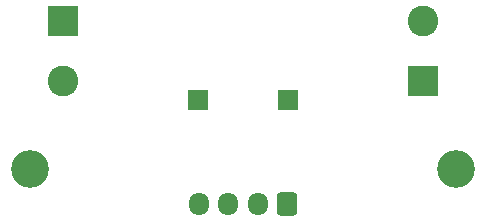
<source format=gbr>
%TF.GenerationSoftware,KiCad,Pcbnew,(6.0.0)*%
%TF.CreationDate,2022-12-15T23:32:01-05:00*%
%TF.ProjectId,FanExpander,46616e45-7870-4616-9e64-65722e6b6963,rev?*%
%TF.SameCoordinates,Original*%
%TF.FileFunction,Soldermask,Bot*%
%TF.FilePolarity,Negative*%
%FSLAX46Y46*%
G04 Gerber Fmt 4.6, Leading zero omitted, Abs format (unit mm)*
G04 Created by KiCad (PCBNEW (6.0.0)) date 2022-12-15 23:32:01*
%MOMM*%
%LPD*%
G01*
G04 APERTURE LIST*
G04 Aperture macros list*
%AMRoundRect*
0 Rectangle with rounded corners*
0 $1 Rounding radius*
0 $2 $3 $4 $5 $6 $7 $8 $9 X,Y pos of 4 corners*
0 Add a 4 corners polygon primitive as box body*
4,1,4,$2,$3,$4,$5,$6,$7,$8,$9,$2,$3,0*
0 Add four circle primitives for the rounded corners*
1,1,$1+$1,$2,$3*
1,1,$1+$1,$4,$5*
1,1,$1+$1,$6,$7*
1,1,$1+$1,$8,$9*
0 Add four rect primitives between the rounded corners*
20,1,$1+$1,$2,$3,$4,$5,0*
20,1,$1+$1,$4,$5,$6,$7,0*
20,1,$1+$1,$6,$7,$8,$9,0*
20,1,$1+$1,$8,$9,$2,$3,0*%
G04 Aperture macros list end*
%ADD10R,2.600000X2.600000*%
%ADD11C,2.600000*%
%ADD12R,1.700000X1.700000*%
%ADD13RoundRect,0.250000X0.600000X0.725000X-0.600000X0.725000X-0.600000X-0.725000X0.600000X-0.725000X0*%
%ADD14O,1.700000X1.950000*%
%ADD15C,3.200000*%
G04 APERTURE END LIST*
D10*
%TO.C,J3*%
X115240000Y-102540000D03*
D11*
X115240000Y-97460000D03*
%TD*%
D10*
%TO.C,J2*%
X84760000Y-97460000D03*
D11*
X84760000Y-102540000D03*
%TD*%
D12*
%TO.C,J5*%
X103810000Y-104191000D03*
%TD*%
D13*
%TO.C,J1*%
X103750000Y-113000000D03*
D14*
X101250000Y-113000000D03*
X98750000Y-113000000D03*
X96250000Y-113000000D03*
%TD*%
D15*
%TO.C,H2*%
X118000000Y-110000000D03*
%TD*%
D12*
%TO.C,J4*%
X96190000Y-104191000D03*
%TD*%
D15*
%TO.C,H1*%
X82000000Y-110000000D03*
%TD*%
M02*

</source>
